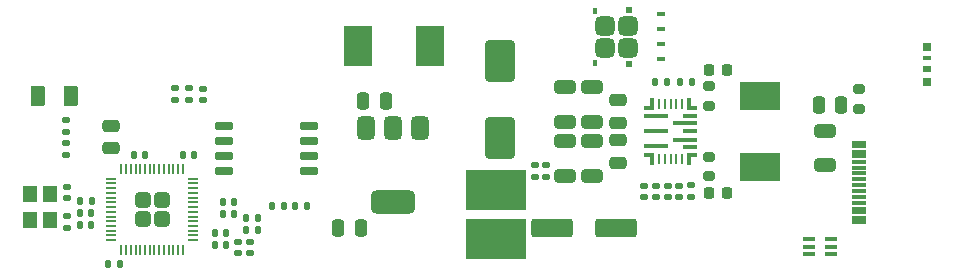
<source format=gbr>
%TF.GenerationSoftware,KiCad,Pcbnew,8.0.3*%
%TF.CreationDate,2024-06-27T20:48:53-04:00*%
%TF.ProjectId,charger-module,63686172-6765-4722-9d6d-6f64756c652e,v0.0.0*%
%TF.SameCoordinates,Original*%
%TF.FileFunction,Paste,Top*%
%TF.FilePolarity,Positive*%
%FSLAX46Y46*%
G04 Gerber Fmt 4.6, Leading zero omitted, Abs format (unit mm)*
G04 Created by KiCad (PCBNEW 8.0.3) date 2024-06-27 20:48:53*
%MOMM*%
%LPD*%
G01*
G04 APERTURE LIST*
G04 Aperture macros list*
%AMRoundRect*
0 Rectangle with rounded corners*
0 $1 Rounding radius*
0 $2 $3 $4 $5 $6 $7 $8 $9 X,Y pos of 4 corners*
0 Add a 4 corners polygon primitive as box body*
4,1,4,$2,$3,$4,$5,$6,$7,$8,$9,$2,$3,0*
0 Add four circle primitives for the rounded corners*
1,1,$1+$1,$2,$3*
1,1,$1+$1,$4,$5*
1,1,$1+$1,$6,$7*
1,1,$1+$1,$8,$9*
0 Add four rect primitives between the rounded corners*
20,1,$1+$1,$2,$3,$4,$5,0*
20,1,$1+$1,$4,$5,$6,$7,0*
20,1,$1+$1,$6,$7,$8,$9,0*
20,1,$1+$1,$8,$9,$2,$3,0*%
%AMFreePoly0*
4,1,5,0.450000,-0.150000,-0.450000,-0.150000,-0.450000,0.150000,0.450000,0.150000,0.450000,-0.150000,0.450000,-0.150000,$1*%
%AMFreePoly1*
4,1,5,0.150000,-0.475000,-0.150000,-0.475000,-0.150000,0.475000,0.150000,0.475000,0.150000,-0.475000,0.150000,-0.475000,$1*%
G04 Aperture macros list end*
%ADD10RoundRect,0.140000X-0.140000X-0.170000X0.140000X-0.170000X0.140000X0.170000X-0.140000X0.170000X0*%
%ADD11R,1.150000X0.300000*%
%ADD12RoundRect,0.200000X0.275000X-0.200000X0.275000X0.200000X-0.275000X0.200000X-0.275000X-0.200000X0*%
%ADD13RoundRect,0.250000X-0.650000X0.325000X-0.650000X-0.325000X0.650000X-0.325000X0.650000X0.325000X0*%
%ADD14RoundRect,0.135000X-0.185000X0.135000X-0.185000X-0.135000X0.185000X-0.135000X0.185000X0.135000X0*%
%ADD15RoundRect,0.140000X0.140000X0.170000X-0.140000X0.170000X-0.140000X-0.170000X0.140000X-0.170000X0*%
%ADD16R,3.500000X2.350000*%
%ADD17RoundRect,0.135000X0.185000X-0.135000X0.185000X0.135000X-0.185000X0.135000X-0.185000X-0.135000X0*%
%ADD18RoundRect,0.250000X-0.475000X0.250000X-0.475000X-0.250000X0.475000X-0.250000X0.475000X0.250000X0*%
%ADD19RoundRect,0.140000X-0.170000X0.140000X-0.170000X-0.140000X0.170000X-0.140000X0.170000X0.140000X0*%
%ADD20RoundRect,0.250000X1.500000X0.550000X-1.500000X0.550000X-1.500000X-0.550000X1.500000X-0.550000X0*%
%ADD21RoundRect,0.140000X0.170000X-0.140000X0.170000X0.140000X-0.170000X0.140000X-0.170000X-0.140000X0*%
%ADD22RoundRect,0.375000X-0.375000X0.625000X-0.375000X-0.625000X0.375000X-0.625000X0.375000X0.625000X0*%
%ADD23RoundRect,0.500000X-1.400000X0.500000X-1.400000X-0.500000X1.400000X-0.500000X1.400000X0.500000X0*%
%ADD24RoundRect,0.250000X-0.250000X-0.475000X0.250000X-0.475000X0.250000X0.475000X-0.250000X0.475000X0*%
%ADD25RoundRect,0.250000X0.475000X-0.250000X0.475000X0.250000X-0.475000X0.250000X-0.475000X-0.250000X0*%
%ADD26RoundRect,0.250000X0.250000X0.475000X-0.250000X0.475000X-0.250000X-0.475000X0.250000X-0.475000X0*%
%ADD27RoundRect,0.250000X0.650000X-0.325000X0.650000X0.325000X-0.650000X0.325000X-0.650000X-0.325000X0*%
%ADD28R,2.100000X0.300000*%
%ADD29R,2.100000X0.400000*%
%ADD30FreePoly0,0.000000*%
%ADD31FreePoly1,0.000000*%
%ADD32R,0.250000X0.950000*%
%ADD33R,1.300000X0.300000*%
%ADD34RoundRect,0.250000X0.375000X0.625000X-0.375000X0.625000X-0.375000X-0.625000X0.375000X-0.625000X0*%
%ADD35RoundRect,0.250000X-1.000000X1.500000X-1.000000X-1.500000X1.000000X-1.500000X1.000000X1.500000X0*%
%ADD36RoundRect,0.249999X-0.395001X0.395001X-0.395001X-0.395001X0.395001X-0.395001X0.395001X0.395001X0*%
%ADD37RoundRect,0.050000X-0.050000X0.387500X-0.050000X-0.387500X0.050000X-0.387500X0.050000X0.387500X0*%
%ADD38RoundRect,0.050000X-0.387500X0.050000X-0.387500X-0.050000X0.387500X-0.050000X0.387500X0.050000X0*%
%ADD39R,1.200000X1.400000*%
%ADD40RoundRect,0.407500X0.415000X0.407500X-0.415000X0.407500X-0.415000X-0.407500X0.415000X-0.407500X0*%
%ADD41RoundRect,0.102500X0.257500X0.102500X-0.257500X0.102500X-0.257500X-0.102500X0.257500X-0.102500X0*%
%ADD42R,0.510000X0.585000*%
%ADD43R,0.410000X0.470000*%
%ADD44RoundRect,0.135000X-0.135000X-0.185000X0.135000X-0.185000X0.135000X0.185000X-0.135000X0.185000X0*%
%ADD45R,0.800000X0.750000*%
%ADD46R,0.800000X0.600000*%
%ADD47R,0.800000X0.400000*%
%ADD48R,0.800000X0.800000*%
%ADD49RoundRect,0.225000X0.225000X0.250000X-0.225000X0.250000X-0.225000X-0.250000X0.225000X-0.250000X0*%
%ADD50RoundRect,0.135000X0.135000X0.185000X-0.135000X0.185000X-0.135000X-0.185000X0.135000X-0.185000X0*%
%ADD51R,5.100000X3.500000*%
%ADD52RoundRect,0.150000X-0.650000X-0.150000X0.650000X-0.150000X0.650000X0.150000X-0.650000X0.150000X0*%
%ADD53RoundRect,0.225000X-0.225000X-0.250000X0.225000X-0.250000X0.225000X0.250000X-0.225000X0.250000X0*%
%ADD54R,1.050000X0.400000*%
%ADD55R,2.350000X3.500000*%
G04 APERTURE END LIST*
D10*
%TO.C,C1*%
X66380000Y-8540000D03*
X67340000Y-8540000D03*
%TD*%
D11*
%TO.C,J3*%
X81530000Y-20350000D03*
X81530000Y-19550000D03*
X81530000Y-18250000D03*
X81530000Y-17250000D03*
X81530000Y-16750000D03*
X81530000Y-15750000D03*
X81530000Y-14450000D03*
X81530000Y-13650000D03*
X81530000Y-13950000D03*
X81530000Y-14750000D03*
X81530000Y-15250000D03*
X81530000Y-16250000D03*
X81530000Y-17750000D03*
X81530000Y-18750000D03*
X81530000Y-19250000D03*
X81530000Y-20050000D03*
%TD*%
D12*
%TO.C,R7*%
X81470000Y-10755000D03*
X81470000Y-9105000D03*
%TD*%
D13*
%TO.C,C5*%
X56640000Y-8925000D03*
X56640000Y-11875000D03*
%TD*%
D14*
%TO.C,R8*%
X23580000Y-9030000D03*
X23580000Y-10050000D03*
%TD*%
D15*
%TO.C,C34*%
X16510000Y-19610000D03*
X15550000Y-19610000D03*
%TD*%
D16*
%TO.C,L2*%
X73110000Y-9665000D03*
X73110000Y-15715000D03*
%TD*%
D17*
%TO.C,R16*%
X54080000Y-16590000D03*
X54080000Y-15570000D03*
%TD*%
D18*
%TO.C,C6*%
X61070000Y-10050000D03*
X61070000Y-11950000D03*
%TD*%
D19*
%TO.C,C22*%
X14450000Y-19870000D03*
X14450000Y-20830000D03*
%TD*%
%TO.C,C18*%
X66300000Y-17270000D03*
X66300000Y-18230000D03*
%TD*%
D14*
%TO.C,R1*%
X67300000Y-17240000D03*
X67300000Y-18260000D03*
%TD*%
D20*
%TO.C,C15*%
X60950000Y-20850000D03*
X55550000Y-20850000D03*
%TD*%
D21*
%TO.C,C36*%
X29975000Y-23005000D03*
X29975000Y-22045000D03*
%TD*%
D22*
%TO.C,U2*%
X44370000Y-12360000D03*
X42070000Y-12360000D03*
D23*
X42070000Y-18660000D03*
D22*
X39770000Y-12360000D03*
%TD*%
D12*
%TO.C,R3*%
X68830000Y-10535000D03*
X68830000Y-8885000D03*
%TD*%
D10*
%TO.C,C30*%
X26990000Y-22300000D03*
X27950000Y-22300000D03*
%TD*%
%TO.C,C26*%
X27645000Y-18675000D03*
X28605000Y-18675000D03*
%TD*%
%TO.C,C29*%
X27645000Y-19700000D03*
X28605000Y-19700000D03*
%TD*%
D15*
%TO.C,C27*%
X16505000Y-20630000D03*
X15545000Y-20630000D03*
%TD*%
D24*
%TO.C,C23*%
X39520000Y-10110000D03*
X41420000Y-10110000D03*
%TD*%
D17*
%TO.C,R15*%
X55020000Y-16590000D03*
X55020000Y-15570000D03*
%TD*%
D14*
%TO.C,R13*%
X14380000Y-11730000D03*
X14380000Y-12750000D03*
%TD*%
D10*
%TO.C,C31*%
X24245000Y-14675000D03*
X25205000Y-14675000D03*
%TD*%
D25*
%TO.C,C13*%
X61070000Y-15350000D03*
X61070000Y-13450000D03*
%TD*%
D26*
%TO.C,C20*%
X79990000Y-10420000D03*
X78090000Y-10420000D03*
%TD*%
D13*
%TO.C,C14*%
X78650000Y-12615000D03*
X78650000Y-15565000D03*
%TD*%
D19*
%TO.C,C16*%
X65300000Y-17270000D03*
X65300000Y-18230000D03*
%TD*%
D27*
%TO.C,C10*%
X56640000Y-16475000D03*
X56640000Y-13525000D03*
%TD*%
D28*
%TO.C,U1*%
X64300000Y-11385000D03*
D29*
X64300000Y-12685000D03*
X64300000Y-13935000D03*
D30*
X63700000Y-14685000D03*
D31*
X64000000Y-15010000D03*
D32*
X64550000Y-15010000D03*
X65050000Y-15010000D03*
X65550000Y-15010000D03*
X66050000Y-15010000D03*
X66550000Y-15010000D03*
D31*
X67100000Y-15010000D03*
D30*
X67400000Y-14685000D03*
D33*
X67200000Y-13985000D03*
D28*
X66800000Y-13385000D03*
D33*
X67200000Y-12685000D03*
D28*
X66800000Y-11985000D03*
D33*
X67200000Y-11385000D03*
D31*
X67100000Y-10360000D03*
D30*
X67400000Y-10685000D03*
D32*
X66550000Y-10360000D03*
X66050000Y-10360000D03*
X65550000Y-10360000D03*
X65050000Y-10360000D03*
X64550000Y-10360000D03*
D30*
X63700000Y-10685000D03*
D31*
X64000000Y-10360000D03*
%TD*%
D34*
%TO.C,F1*%
X14770000Y-9700000D03*
X11970000Y-9700000D03*
%TD*%
D19*
%TO.C,C17*%
X64300000Y-17270000D03*
X64300000Y-18230000D03*
%TD*%
D27*
%TO.C,C12*%
X58940000Y-16475000D03*
X58940000Y-13525000D03*
%TD*%
D25*
%TO.C,C37*%
X18200000Y-14125000D03*
X18200000Y-12225000D03*
%TD*%
D19*
%TO.C,C19*%
X63300000Y-17270000D03*
X63300000Y-18230000D03*
%TD*%
D15*
%TO.C,C2*%
X65220000Y-8540000D03*
X64260000Y-8540000D03*
%TD*%
D35*
%TO.C,C3*%
X51070000Y-6730000D03*
X51070000Y-13230000D03*
%TD*%
D36*
%TO.C,U4*%
X22450000Y-18500000D03*
X20850000Y-18500000D03*
X22450000Y-20100000D03*
X20850000Y-20100000D03*
D37*
X24250000Y-15862500D03*
X23850000Y-15862500D03*
X23450000Y-15862500D03*
X23050000Y-15862500D03*
X22650000Y-15862500D03*
X22250000Y-15862500D03*
X21850000Y-15862500D03*
X21450000Y-15862500D03*
X21050000Y-15862500D03*
X20650000Y-15862500D03*
X20250000Y-15862500D03*
X19850000Y-15862500D03*
X19450000Y-15862500D03*
X19050000Y-15862500D03*
D38*
X18212500Y-16700000D03*
X18212500Y-17100000D03*
X18212500Y-17500000D03*
X18212500Y-17900000D03*
X18212500Y-18300000D03*
X18212500Y-18700000D03*
X18212500Y-19100000D03*
X18212500Y-19500000D03*
X18212500Y-19900000D03*
X18212500Y-20300000D03*
X18212500Y-20700000D03*
X18212500Y-21100000D03*
X18212500Y-21500000D03*
X18212500Y-21900000D03*
D37*
X19050000Y-22737500D03*
X19450000Y-22737500D03*
X19850000Y-22737500D03*
X20250000Y-22737500D03*
X20650000Y-22737500D03*
X21050000Y-22737500D03*
X21450000Y-22737500D03*
X21850000Y-22737500D03*
X22250000Y-22737500D03*
X22650000Y-22737500D03*
X23050000Y-22737500D03*
X23450000Y-22737500D03*
X23850000Y-22737500D03*
X24250000Y-22737500D03*
D38*
X25087500Y-21900000D03*
X25087500Y-21500000D03*
X25087500Y-21100000D03*
X25087500Y-20700000D03*
X25087500Y-20300000D03*
X25087500Y-19900000D03*
X25087500Y-19500000D03*
X25087500Y-19100000D03*
X25087500Y-18700000D03*
X25087500Y-18300000D03*
X25087500Y-17900000D03*
X25087500Y-17500000D03*
X25087500Y-17100000D03*
X25087500Y-16700000D03*
%TD*%
D39*
%TO.C,Y1*%
X11300000Y-17950000D03*
X11300000Y-20150000D03*
X13000000Y-20150000D03*
X13000000Y-17950000D03*
%TD*%
D26*
%TO.C,C24*%
X39300000Y-20900000D03*
X37400000Y-20900000D03*
%TD*%
D14*
%TO.C,R9*%
X24780000Y-9030000D03*
X24780000Y-10050000D03*
%TD*%
D40*
%TO.C,Q1*%
X61912500Y-5655000D03*
X61912500Y-3725000D03*
X59967500Y-5655000D03*
X59967500Y-3725000D03*
D41*
X64735000Y-6595000D03*
X64735000Y-5325000D03*
X64735000Y-4055000D03*
X64735000Y-2785000D03*
D42*
X62020000Y-6962500D03*
X62020000Y-2417500D03*
D43*
X59150000Y-6905000D03*
X59150000Y-2475000D03*
%TD*%
D44*
%TO.C,R4*%
X33740000Y-19025000D03*
X34760000Y-19025000D03*
%TD*%
D12*
%TO.C,R6*%
X68830000Y-16485000D03*
X68830000Y-14835000D03*
%TD*%
D45*
%TO.C,D2*%
X87250000Y-8500000D03*
D46*
X87250000Y-7375000D03*
D47*
X87250000Y-6495000D03*
D48*
X87250000Y-5515000D03*
%TD*%
D49*
%TO.C,C11*%
X70355000Y-17870000D03*
X68805000Y-17870000D03*
%TD*%
D13*
%TO.C,C4*%
X58940000Y-8925000D03*
X58940000Y-11875000D03*
%TD*%
D15*
%TO.C,C32*%
X18920000Y-23900000D03*
X17960000Y-23900000D03*
%TD*%
D50*
%TO.C,R12*%
X30585000Y-21025000D03*
X29565000Y-21025000D03*
%TD*%
D10*
%TO.C,C28*%
X26990000Y-21300000D03*
X27950000Y-21300000D03*
%TD*%
D51*
%TO.C,R2*%
X50800000Y-17690000D03*
X50800000Y-21800000D03*
%TD*%
D21*
%TO.C,C35*%
X28950000Y-23005000D03*
X28950000Y-22045000D03*
%TD*%
D52*
%TO.C,U3*%
X27775000Y-12270000D03*
X27775000Y-13540000D03*
X27775000Y-14810000D03*
X27775000Y-16080000D03*
X34975000Y-16080000D03*
X34975000Y-14810000D03*
X34975000Y-13540000D03*
X34975000Y-12270000D03*
%TD*%
D50*
%TO.C,R11*%
X30585000Y-20000000D03*
X29565000Y-20000000D03*
%TD*%
D14*
%TO.C,R14*%
X14380000Y-13700000D03*
X14380000Y-14720000D03*
%TD*%
D21*
%TO.C,C25*%
X25980000Y-10020000D03*
X25980000Y-9060000D03*
%TD*%
D53*
%TO.C,C7*%
X68805000Y-7500000D03*
X70355000Y-7500000D03*
%TD*%
D10*
%TO.C,C8*%
X31820000Y-19025000D03*
X32780000Y-19025000D03*
%TD*%
D54*
%TO.C,D1*%
X79140000Y-23090000D03*
X79140000Y-22440000D03*
X79140000Y-21790000D03*
X77240000Y-21790000D03*
X77240000Y-22440000D03*
X77240000Y-23090000D03*
%TD*%
D55*
%TO.C,L1*%
X39125000Y-5480000D03*
X45175000Y-5480000D03*
%TD*%
D50*
%TO.C,R10*%
X16540000Y-18600000D03*
X15520000Y-18600000D03*
%TD*%
D10*
%TO.C,C33*%
X20090000Y-14675000D03*
X21050000Y-14675000D03*
%TD*%
D21*
%TO.C,C21*%
X14450000Y-18355000D03*
X14450000Y-17395000D03*
%TD*%
M02*

</source>
